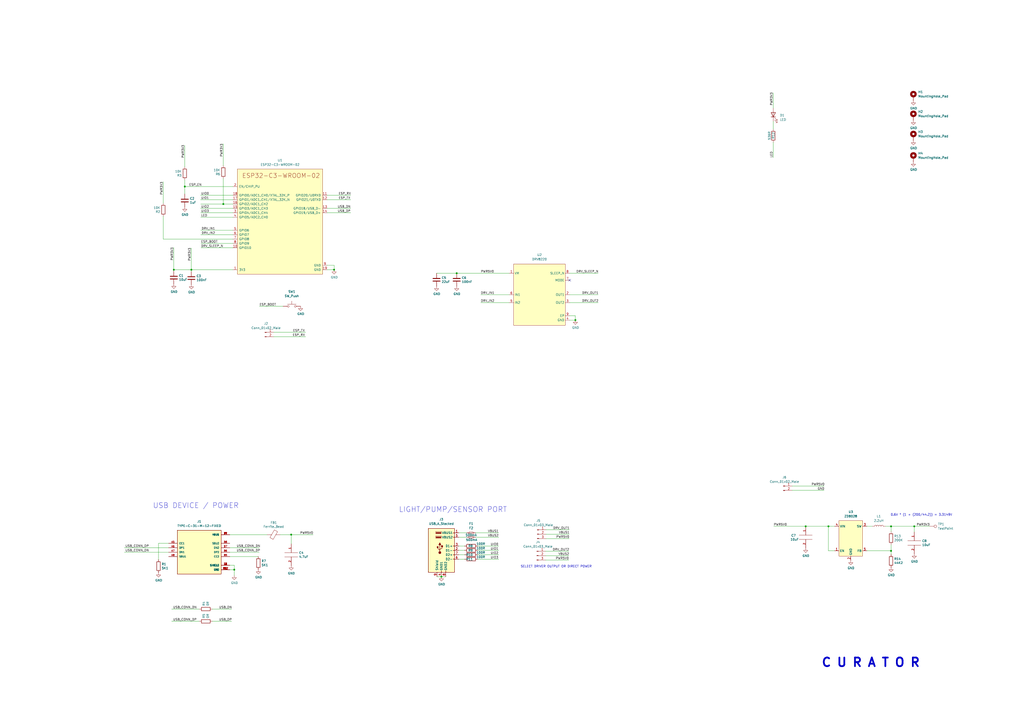
<source format=kicad_sch>
(kicad_sch (version 20211123) (generator eeschema)
  (paper "A2")
  (title_block (title "Tidegrow Curator") (date "2022-09-10") (rev "V0") (company "Copyright © 2022 Lone Dynamics Corporation"))
  (lib_symbols
    (symbol "Connector:Conn_01x02_Male" (pin_names (offset 1.016) hide)
      (property "Reference" "J" (at 0 2.54 0))
      (property "Value" "Conn_01x02_Male" (at 0 -5.08 0))
      (symbol "Conn_01x02_Male_1_1"
        (polyline (pts (xy 1.27 -2.54) (xy 0.8636 -2.54)) (stroke (width 0.1524)))
        (polyline (pts (xy 1.27 0) (xy 0.8636 0)) (stroke (width 0.1524)))
        (rectangle (start 0.8636 -2.413) (end 0 -2.667) (stroke (width 0.1524)) (fill (type outline)))
        (rectangle (start 0.8636 0.127) (end 0 -0.127) (stroke (width 0.1524)) (fill (type outline)))
        (pin passive line (at 5.08 0 180) (length 3.81) (name "Pin_1") (number "1"))
        (pin passive line (at 5.08 -2.54 180) (length 3.81) (name "Pin_2") (number "2"))
      )
    )
    (symbol "Connector:Conn_01x03_Male" (pin_names (offset 1.016) hide)
      (property "Reference" "J" (at 0 5.08 0))
      (property "Value" "Conn_01x03_Male" (at 0 -5.08 0))
      (symbol "Conn_01x03_Male_1_1"
        (polyline (pts (xy 1.27 -2.54) (xy 0.8636 -2.54)) (stroke (width 0.1524)))
        (polyline (pts (xy 1.27 0) (xy 0.8636 0)) (stroke (width 0.1524)))
        (polyline (pts (xy 1.27 2.54) (xy 0.8636 2.54)) (stroke (width 0.1524)))
        (rectangle (start 0.8636 -2.413) (end 0 -2.667) (stroke (width 0.1524)) (fill (type outline)))
        (rectangle (start 0.8636 0.127) (end 0 -0.127) (stroke (width 0.1524)) (fill (type outline)))
        (rectangle (start 0.8636 2.667) (end 0 2.413) (stroke (width 0.1524)) (fill (type outline)))
        (pin passive line (at 5.08 2.54 180) (length 3.81) (name "Pin_1") (number "1"))
        (pin passive line (at 5.08 0 180) (length 3.81) (name "Pin_2") (number "2"))
        (pin passive line (at 5.08 -2.54 180) (length 3.81) (name "Pin_3") (number "3"))
      )
    )
    (symbol "Connector:TestPoint" (pin_numbers hide) (pin_names (offset 0.762) hide)
      (property "Reference" "TP" (at 0 6.858 0))
      (property "Value" "TestPoint" (at 0 5.08 0))
      (symbol "TestPoint_0_1"
        (circle (center 0 3.302) (radius 0.762))
      )
      (symbol "TestPoint_1_1"
        (pin passive line (at 0 0 90) (length 2.54) (name "1") (number "1"))
      )
    )
    (symbol "Connector:USB_A_Stacked" (pin_names (offset 1.016))
      (property "Reference" "J" (at 0 15.875 0))
      (property "Value" "USB_A_Stacked" (at 0 13.97 0))
      (symbol "USB_A_Stacked_0_1"
        (rectangle (start -7.62 12.7) (end 7.62 -12.7) (stroke (width 0.254)) (fill (type background)))
        (circle (center -2.159 1.905) (radius 0.381) (stroke (width 0.254)) (fill (type outline)))
        (circle (center -0.889 -1.27) (radius 0.635) (stroke (width 0.254)) (fill (type outline)))
        (rectangle (start -0.254 7.366) (end -3.048 7.874) (fill (type outline)))
        (rectangle (start -0.254 9.906) (end -3.048 10.414) (fill (type outline)))
        (rectangle (start -0.127 -12.7) (end 0.127 -11.938))
        (polyline (pts (xy -1.524 3.175) (xy -0.254 3.175) (xy -0.889 4.445) (xy -1.524 3.175)) (stroke (width 0.254)) (fill (type outline)))
        (polyline (pts (xy -0.889 -0.635) (xy -0.889 0) (xy -2.159 1.27) (xy -2.159 1.905)) (stroke (width 0.254)))
        (polyline (pts (xy -0.889 0) (xy -0.889 0.635) (xy 0.381 1.27) (xy 0.381 2.54)) (stroke (width 0.254)))
        (rectangle (start 0 2.794) (end 0.762 2.032) (stroke (width 0.254)) (fill (type outline)))
        (rectangle (start 0 7.112) (end -3.302 8.382))
        (rectangle (start 0 9.652) (end -3.302 10.922))
        (rectangle (start 2.413 -12.7) (end 2.667 -11.938))
        (rectangle (start 7.62 -5.207) (end 6.858 -4.953))
        (rectangle (start 7.62 -2.667) (end 6.858 -2.413))
        (rectangle (start 7.62 -0.127) (end 6.858 0.127))
        (rectangle (start 7.62 2.413) (end 6.858 2.667))
        (rectangle (start 7.62 7.493) (end 6.858 7.747))
        (rectangle (start 7.62 10.033) (end 6.858 10.287))
      )
      (symbol "USB_A_Stacked_1_1"
        (polyline (pts (xy -0.889 0.635) (xy -0.889 3.175)) (stroke (width 0.254)))
        (pin power_in line (at 10.16 10.16 180) (length 2.54) (name "VBUS1") (number "1"))
        (pin bidirectional line (at 10.16 0 180) (length 2.54) (name "D1-") (number "2"))
        (pin bidirectional line (at 10.16 2.54 180) (length 2.54) (name "D1+") (number "3"))
        (pin power_in line (at 0 -15.24 90) (length 2.54) (name "GND1") (number "4"))
        (pin power_in line (at 10.16 7.62 180) (length 2.54) (name "VBUS2") (number "5"))
        (pin bidirectional line (at 10.16 -5.08 180) (length 2.54) (name "D2-") (number "6"))
        (pin bidirectional line (at 10.16 -2.54 180) (length 2.54) (name "D2+") (number "7"))
        (pin power_in line (at 2.54 -15.24 90) (length 2.54) (name "GND2") (number "8"))
        (pin passive line (at -2.54 -15.24 90) (length 2.54) (name "Shield") (number "9"))
      )
    )
    (symbol "Device:C" (pin_numbers hide) (pin_names (offset 0.254))
      (property "Reference" "C" (at 0.635 2.54 0))
      (property "Value" "C" (at 0.635 -2.54 0))
      (symbol "C_0_1"
        (polyline (pts (xy -2.032 -0.762) (xy 2.032 -0.762)) (stroke (width 0.508)))
        (polyline (pts (xy -2.032 0.762) (xy 2.032 0.762)) (stroke (width 0.508)))
      )
      (symbol "C_1_1"
        (pin passive line (at 0 3.81 270) (length 2.794) (name "~") (number "1"))
        (pin passive line (at 0 -3.81 90) (length 2.794) (name "~") (number "2"))
      )
    )
    (symbol "Device:Ferrite_Bead" (pin_numbers hide) (pin_names (offset 0))
      (property "Reference" "FB" (at -3.81 0.635 90))
      (property "Value" "Device_Ferrite_Bead" (at 3.81 0 90))
      (symbol "Ferrite_Bead_0_1"
        (polyline (pts (xy 0 -1.27) (xy 0 -1.2192)))
        (polyline (pts (xy 0 1.27) (xy 0 1.2954)))
        (polyline (pts (xy -2.7686 0.4064) (xy -1.7018 2.2606) (xy 2.7686 -0.3048) (xy 1.6764 -2.159) (xy -2.7686 0.4064)))
      )
      (symbol "Ferrite_Bead_1_1"
        (pin passive line (at 0 3.81 270) (length 2.54) (name "~") (number "1"))
        (pin passive line (at 0 -3.81 90) (length 2.54) (name "~") (number "2"))
      )
    )
    (symbol "Device:Fuse_Small" (pin_numbers hide) (pin_names (offset 0.254) hide)
      (property "Reference" "F" (at 0 -1.524 0))
      (property "Value" "Fuse_Small" (at 0 1.524 0))
      (symbol "Fuse_Small_0_1"
        (rectangle (start -1.27 0.508) (end 1.27 -0.508))
        (polyline (pts (xy -1.27 0) (xy 1.27 0)))
      )
      (symbol "Fuse_Small_1_1"
        (pin passive line (at -2.54 0 0) (length 1.27) (name "~") (number "1"))
        (pin passive line (at 2.54 0 180) (length 1.27) (name "~") (number "2"))
      )
    )
    (symbol "Device:L" (pin_numbers hide) (pin_names (offset 1.016) hide)
      (property "Reference" "L" (at -1.27 0 90))
      (property "Value" "L" (at 1.905 0 90))
      (symbol "L_0_1"
        (arc (start 0 -2.54) (mid 0.635 -1.905) (end 0 -1.27))
        (arc (start 0 -1.27) (mid 0.635 -0.635) (end 0 0))
        (arc (start 0 0) (mid 0.635 0.635) (end 0 1.27))
        (arc (start 0 1.27) (mid 0.635 1.905) (end 0 2.54))
      )
      (symbol "L_1_1"
        (pin passive line (at 0 3.81 270) (length 1.27) (name "1") (number "1"))
        (pin passive line (at 0 -3.81 90) (length 1.27) (name "2") (number "2"))
      )
    )
    (symbol "Device:LED" (pin_numbers hide) (pin_names (offset 1.016) hide)
      (property "Reference" "D" (at 0 2.54 0))
      (property "Value" "LED" (at 0 -2.54 0))
      (symbol "LED_0_1"
        (polyline (pts (xy -1.27 -1.27) (xy -1.27 1.27)) (stroke (width 0.254)))
        (polyline (pts (xy -1.27 0) (xy 1.27 0)))
        (polyline (pts (xy 1.27 -1.27) (xy 1.27 1.27) (xy -1.27 0) (xy 1.27 -1.27)) (stroke (width 0.254)))
        (polyline (pts (xy -3.048 -0.762) (xy -4.572 -2.286) (xy -3.81 -2.286) (xy -4.572 -2.286) (xy -4.572 -1.524)))
        (polyline (pts (xy -1.778 -0.762) (xy -3.302 -2.286) (xy -2.54 -2.286) (xy -3.302 -2.286) (xy -3.302 -1.524)))
      )
      (symbol "LED_1_1"
        (pin passive line (at -3.81 0 0) (length 2.54) (name "K") (number "1"))
        (pin passive line (at 3.81 0 180) (length 2.54) (name "A") (number "2"))
      )
    )
    (symbol "Device:R" (pin_numbers hide) (pin_names (offset 0))
      (property "Reference" "R" (at 2.032 0 90))
      (property "Value" "R" (at 0 0 90))
      (symbol "R_0_1"
        (rectangle (start -1.016 -2.54) (end 1.016 2.54) (stroke (width 0.254)))
      )
      (symbol "R_1_1"
        (pin passive line (at 0 3.81 270) (length 1.27) (name "~") (number "1"))
        (pin passive line (at 0 -3.81 90) (length 1.27) (name "~") (number "2"))
      )
    )
    (symbol "Espressif:ESP32-C3-WROOM-02" (pin_names (offset 1.016))
      (property "Reference" "U" (at 0 33.02 0))
      (property "Value" "ESP32-C3-WROOM-02" (at 0 -30.48 0))
      (symbol "ESP32-C3-WROOM-02_0_0"
        (text "ESP32-C3-WROOM-02" (at 1.27 27.94 0) (effects (font (size 2.54 2.54))))
      )
      (symbol "ESP32-C3-WROOM-02_0_1"
        (rectangle (start -24.13 31.75) (end 25.4 -29.21) (fill (type background)))
      )
      (symbol "ESP32-C3-WROOM-02_1_1"
        (pin power_in line (at -26.67 -26.67 0) (length 2.54) (name "3V3") (number "1"))
        (pin bidirectional line (at -26.67 -13.97 0) (length 2.54) (name "GPIO10") (number "10"))
        (pin bidirectional line (at 27.94 16.51 180) (length 2.54) (name "GPIO20/U0RXD") (number "11"))
        (pin bidirectional line (at 27.94 13.97 180) (length 2.54) (name "GPIO21/U0TXD") (number "12"))
        (pin bidirectional line (at 27.94 8.89 180) (length 2.54) (name "GPIO18/USB_D-") (number "13"))
        (pin bidirectional line (at 27.94 6.35 180) (length 2.54) (name "GPIO19/USB_D+") (number "14"))
        (pin bidirectional line (at -26.67 8.89 0) (length 2.54) (name "GPIO3/ADC1_CH3") (number "15"))
        (pin bidirectional line (at -26.67 11.43 0) (length 2.54) (name "GPIO2/ADC1_CH2") (number "16"))
        (pin bidirectional line (at -26.67 13.97 0) (length 2.54) (name "GPIO1/ADC1_CH1/XTAL_32K_N") (number "17"))
        (pin bidirectional line (at -26.67 16.51 0) (length 2.54) (name "GPIO0/ADC1_CH0/XTAL_32K_P") (number "18"))
        (pin power_in line (at 27.94 -26.67 180) (length 2.54) (name "GND") (number "19"))
        (pin input line (at -26.67 21.59 0) (length 2.54) (name "EN/CHIP_PU") (number "2"))
        (pin bidirectional line (at -26.67 6.35 0) (length 2.54) (name "GPIO4/ADC1_CH4") (number "3"))
        (pin bidirectional line (at -26.67 3.81 0) (length 2.54) (name "GPIO5/ADC2_CH0") (number "4"))
        (pin bidirectional line (at -26.67 -3.81 0) (length 2.54) (name "GPIO6") (number "5"))
        (pin bidirectional line (at -26.67 -6.35 0) (length 2.54) (name "GPIO7") (number "6"))
        (pin bidirectional line (at -26.67 -8.89 0) (length 2.54) (name "GPIO8") (number "7"))
        (pin bidirectional line (at -26.67 -11.43 0) (length 2.54) (name "GPIO9") (number "8"))
        (pin power_in line (at 27.94 -24.13 180) (length 2.54) (name "GND") (number "9"))
      )
    )
    (symbol "Mechanical:MountingHole_Pad" (pin_numbers hide) (pin_names (offset 1.016) hide)
      (property "Reference" "H" (at 0 6.35 0))
      (property "Value" "MountingHole_Pad" (at 0 4.445 0))
      (symbol "MountingHole_Pad_0_1"
        (circle (center 0 1.27) (radius 1.27) (stroke (width 1.27)))
      )
      (symbol "MountingHole_Pad_1_1"
        (pin input line (at 0 -2.54 90) (length 2.54) (name "1") (number "1"))
      )
    )
    (symbol "Switch:SW_Push" (pin_numbers hide) (pin_names (offset 1.016) hide)
      (property "Reference" "SW" (at 1.27 2.54 0))
      (property "Value" "SW_Push" (at 0 -1.524 0))
      (symbol "SW_Push_0_1"
        (circle (center -2.032 0) (radius 0.508))
        (polyline (pts (xy 0 1.27) (xy 0 3.048)))
        (polyline (pts (xy 2.54 1.27) (xy -2.54 1.27)))
        (circle (center 2.032 0) (radius 0.508))
        (pin passive line (at -5.08 0 0) (length 2.54) (name "1") (number "1"))
        (pin passive line (at 5.08 0 180) (length 2.54) (name "2") (number "2"))
      )
    )
    (symbol "ld-drivers:DRV8220"
      (property "Reference" "U" (at 0 0 0))
      (property "Value" "DRV8220" (at 0 -2.54 0))
      (symbol "DRV8220_0_1"
        (rectangle (start 15.24 -27.94) (end -14.732 7.62) (fill (type background)))
      )
      (symbol "DRV8220_1_1"
        (pin power_in line (at -17.272 2.286 0) (length 2.54) (name "VM") (number "1"))
        (pin output line (at 17.78 -10.16 180) (length 2.54) (name "OUT1") (number "2"))
        (pin output line (at 17.78 -14.732 180) (length 2.54) (name "OUT2") (number "3"))
        (pin power_out line (at 17.78 -24.892 180) (length 2.54) (name "GND") (number "4"))
        (pin input line (at -17.272 -14.732 0) (length 2.54) (name "IN2") (number "5"))
        (pin input line (at -17.272 -10.16 0) (length 2.54) (name "IN1") (number "6"))
        (pin input line (at 17.78 -1.778 180) (length 2.54) (name "MODE") (number "7"))
        (pin input line (at 17.78 2.286 180) (length 2.54) (name "SLEEP_N") (number "8"))
        (pin power_out line (at 17.78 -22.352 180) (length 2.54) (name "EP") (number "9"))
      )
    )
    (symbol "ld-power:ZD8028"
      (property "Reference" "U" (at 0 0 0))
      (property "Value" "ZD8028" (at 0 -2.032 0))
      (symbol "ZD8028_0_1"
        (rectangle (start -6.858 7.874) (end 6.858 -12.7) (fill (type background)))
      )
      (symbol "ZD8028_1_1"
        (pin input line (at -9.398 -9.652 0) (length 2.54) (name "EN") (number "1"))
        (pin power_out line (at 0 -15.24 90) (length 2.54) (name "GND") (number "2"))
        (pin power_out line (at 9.398 4.572 180) (length 2.54) (name "SW") (number "3"))
        (pin power_in line (at -9.398 4.572 0) (length 2.54) (name "VIN") (number "4"))
        (pin power_in line (at 9.398 -9.652 180) (length 2.54) (name "FB") (number "5"))
      )
    )
    (symbol "ld-usbc:TYPE-C-31-M-12-FIXED" (pin_names (offset 1.016))
      (property "Reference" "J1" (at 0 17.78 0))
      (property "Value" "TYPE-C-31-M-12-FIXED" (at 0 15.24 0))
      (symbol "TYPE-C-31-M-12-FIXED_0_0"
        (rectangle (start -12.7 -12.7) (end 12.7 12.7) (stroke (width 0.254)) (fill (type background)))
        (pin power_in line (at 17.78 -10.16 180) (length 5.08) (name "GND") (number "A1"))
        (pin power_in line (at 17.78 -10.16 180) (length 5.08) (name "GND") (number "A12"))
        (pin power_in line (at 17.78 10.16 180) (length 5.08) (name "VBUS") (number "A4"))
        (pin bidirectional line (at -17.78 5.08 0) (length 5.08) (name "CC1") (number "A5"))
        (pin bidirectional line (at -17.78 2.54 0) (length 5.08) (name "DP1") (number "A6"))
        (pin bidirectional line (at -17.78 0 0) (length 5.08) (name "DN1") (number "A7"))
        (pin bidirectional line (at -17.78 -2.54 0) (length 5.08) (name "SBU1") (number "A8"))
        (pin power_in line (at 17.78 10.16 180) (length 5.08) (name "VBUS") (number "A9"))
        (pin power_in line (at 17.78 -10.16 180) (length 5.08) (name "GND") (number "B1"))
        (pin power_in line (at 17.78 -10.16 180) (length 5.08) (name "GND") (number "B12"))
        (pin power_in line (at 17.78 10.16 180) (length 5.08) (name "VBUS") (number "B4"))
        (pin bidirectional line (at 17.78 -2.54 180) (length 5.08) (name "CC2") (number "B5"))
        (pin bidirectional line (at 17.78 0 180) (length 5.08) (name "DP2") (number "B6"))
        (pin bidirectional line (at 17.78 2.54 180) (length 5.08) (name "DN2") (number "B7"))
        (pin bidirectional line (at 17.78 5.08 180) (length 5.08) (name "SBU2") (number "B8"))
        (pin power_in line (at 17.78 10.16 180) (length 5.08) (name "VBUS") (number "B9"))
        (pin passive line (at 17.78 -7.62 180) (length 5.08) (name "SHIELD") (number "S1"))
        (pin passive line (at 17.78 -7.62 180) (length 5.08) (name "SHIELD") (number "S2"))
        (pin passive line (at 17.78 -7.62 180) (length 5.08) (name "SHIELD") (number "S3"))
        (pin passive line (at 17.78 -7.62 180) (length 5.08) (name "SHIELD") (number "S4"))
      )
    )
    (symbol "power:GND" (power) (pin_names (offset 0))
      (property "Value" "GND" (at 0 -3.81 0))
      (symbol "GND_0_1"
        (polyline (pts (xy 0 0) (xy 0 -1.27) (xy 1.27 -1.27) (xy 0 -2.54) (xy -1.27 -1.27) (xy 0 -1.27)))
      )
      (symbol "GND_1_1"
        (pin power_in line (at 0 0 270) (length 0) hide (name "GND") (number "1"))
      )
    )
    (symbol "pspice:C" (pin_names (offset 0.254))
      (property "Reference" "C" (at 2.54 3.81 90))
      (property "Value" "C" (at 2.54 -3.81 90))
      (symbol "C_0_1"
        (polyline (pts (xy -3.81 -1.27) (xy 3.81 -1.27)))
        (polyline (pts (xy -3.81 1.27) (xy 3.81 1.27)))
      )
      (symbol "C_1_1"
        (pin passive line (at 0 6.35 270) (length 5.08) (name "~") (number "1"))
        (pin passive line (at 0 -6.35 90) (length 5.08) (name "~") (number "2"))
      )
    )
  )
  (junction (at 256.032 334.518))
  (junction (at 110.998 156.464))
  (junction (at 193.802 156.464))
  (junction (at 264.922 158.496))
  (junction (at 333.756 185.674))
  (junction (at 480.568 305.308))
  (junction (at 100.838 156.464))
  (junction (at 135.89 330.454))
  (junction (at 467.36 305.308))
  (junction (at 168.91 310.134))
  (junction (at 516.89 305.308))
  (junction (at 516.89 319.532))
  (junction (at 129.54 118.364))
  (junction (at 530.352 305.308))
  (junction (at 107.188 108.204))
  (no_connect (at 330.454 162.56))
  (wire (pts (xy 135.128 108.204) (xy 107.188 108.204)))
  (wire (pts (xy 516.89 305.308) (xy 530.352 305.308)))
  (wire (pts (xy 516.89 305.308) (xy 516.89 308.356)))
  (wire (pts (xy 129.54 103.632) (xy 129.54 118.364)))
  (wire (pts (xy 116.586 143.764) (xy 135.128 143.764)))
  (wire (pts (xy 100.838 143.764) (xy 100.838 156.464)))
  (wire (pts (xy 133.35 317.754) (xy 150.368 317.754)))
  (wire (pts (xy 295.402 175.514) (xy 278.892 175.514)))
  (wire (pts (xy 158.75 195.326) (xy 177.292 195.326)))
  (wire (pts (xy 502.92 319.532) (xy 516.89 319.532)))
  (wire (pts (xy 107.188 108.204) (xy 107.188 112.522)))
  (wire (pts (xy 266.192 311.658) (xy 270.764 311.658)))
  (wire (pts (xy 116.4336 118.364) (xy 129.54 118.364)))
  (wire (pts (xy 467.36 305.308) (xy 480.568 305.308)))
  (wire (pts (xy 99.568 360.426) (xy 115.57 360.426)))
  (wire (pts (xy 530.352 305.308) (xy 539.242 305.308)))
  (wire (pts (xy 133.35 327.914) (xy 135.89 327.914)))
  (wire (pts (xy 264.922 158.496) (xy 295.402 158.496)))
  (wire (pts (xy 168.91 310.134) (xy 181.61 310.134)))
  (wire (pts (xy 168.91 310.134) (xy 168.91 315.468)))
  (wire (pts (xy 116.4336 133.604) (xy 135.128 133.604)))
  (wire (pts (xy 480.568 319.532) (xy 480.568 305.308)))
  (wire (pts (xy 99.568 353.314) (xy 115.57 353.314)))
  (wire (pts (xy 116.332 113.284) (xy 135.128 113.284)))
  (wire (pts (xy 123.19 360.426) (xy 134.366 360.426)))
  (wire (pts (xy 116.332 115.824) (xy 135.128 115.824)))
  (wire (pts (xy 135.89 330.454) (xy 133.35 330.454)))
  (wire (pts (xy 72.136 320.294) (xy 97.79 320.294)))
  (wire (pts (xy 316.738 309.88) (xy 330.2 309.88)))
  (wire (pts (xy 189.738 115.824) (xy 203.454 115.824)))
  (wire (pts (xy 133.35 320.294) (xy 150.368 320.294)))
  (wire (pts (xy 193.802 153.924) (xy 193.802 156.464)))
  (wire (pts (xy 91.948 324.612) (xy 91.948 315.214)))
  (wire (pts (xy 107.188 104.394) (xy 107.188 108.204)))
  (wire (pts (xy 277.114 324.358) (xy 289.306 324.358)))
  (wire (pts (xy 266.192 316.738) (xy 269.494 316.738)))
  (wire (pts (xy 459.486 284.48) (xy 478.028 284.48)))
  (wire (pts (xy 129.286 83.566) (xy 129.54 83.566)))
  (wire (pts (xy 448.564 70.358) (xy 448.564 74.93)))
  (wire (pts (xy 154.94 310.134) (xy 133.35 310.134)))
  (wire (pts (xy 277.114 321.818) (xy 289.306 321.818)))
  (wire (pts (xy 100.584 143.764) (xy 100.838 143.764)))
  (wire (pts (xy 448.564 91.44) (xy 448.564 82.55)))
  (wire (pts (xy 94.742 105.41) (xy 94.742 117.856)))
  (wire (pts (xy 189.738 153.924) (xy 193.802 153.924)))
  (wire (pts (xy 266.192 321.818) (xy 269.494 321.818)))
  (wire (pts (xy 110.998 156.464) (xy 110.998 157.48)))
  (wire (pts (xy 116.586 141.224) (xy 135.128 141.224)))
  (wire (pts (xy 295.402 170.942) (xy 278.892 170.942)))
  (wire (pts (xy 484.124 319.532) (xy 480.568 319.532)))
  (wire (pts (xy 448.564 62.738) (xy 448.564 53.848)))
  (wire (pts (xy 107.188 84.328) (xy 107.188 96.774)))
  (wire (pts (xy 100.838 156.464) (xy 100.838 157.226)))
  (wire (pts (xy 253.492 334.518) (xy 256.032 334.518)))
  (wire (pts (xy 129.54 83.566) (xy 129.54 96.012)))
  (wire (pts (xy 346.964 175.514) (xy 330.454 175.514)))
  (wire (pts (xy 346.964 170.942) (xy 330.454 170.942)))
  (wire (pts (xy 316.484 322.326) (xy 329.946 322.326)))
  (wire (pts (xy 266.192 309.118) (xy 270.764 309.118)))
  (wire (pts (xy 135.89 333.756) (xy 135.89 330.454)))
  (wire (pts (xy 150.4696 177.6984) (xy 164.1856 177.6984)))
  (wire (pts (xy 330.454 185.674) (xy 333.756 185.674)))
  (wire (pts (xy 277.114 319.278) (xy 289.306 319.278)))
  (wire (pts (xy 91.948 315.214) (xy 97.79 315.214)))
  (wire (pts (xy 316.484 324.866) (xy 329.946 324.866)))
  (wire (pts (xy 123.19 353.314) (xy 134.366 353.314)))
  (wire (pts (xy 110.998 156.464) (xy 135.128 156.464)))
  (wire (pts (xy 189.738 123.444) (xy 203.454 123.444)))
  (wire (pts (xy 189.738 120.904) (xy 203.454 120.904)))
  (wire (pts (xy 110.998 144.018) (xy 110.998 156.464)))
  (wire (pts (xy 277.114 316.738) (xy 289.306 316.738)))
  (wire (pts (xy 162.56 310.134) (xy 168.91 310.134)))
  (wire (pts (xy 516.89 319.532) (xy 516.89 321.564)))
  (wire (pts (xy 266.192 319.278) (xy 269.494 319.278)))
  (wire (pts (xy 129.54 118.364) (xy 135.128 118.364)))
  (wire (pts (xy 116.4336 136.144) (xy 135.128 136.144)))
  (wire (pts (xy 94.742 138.684) (xy 135.128 138.684)))
  (wire (pts (xy 502.92 305.308) (xy 505.968 305.308)))
  (wire (pts (xy 116.332 120.904) (xy 135.128 120.904)))
  (wire (pts (xy 189.738 156.464) (xy 193.802 156.464)))
  (wire (pts (xy 256.032 334.518) (xy 258.572 334.518)))
  (wire (pts (xy 346.964 158.496) (xy 330.454 158.496)))
  (wire (pts (xy 72.136 317.754) (xy 97.79 317.754)))
  (wire (pts (xy 316.738 307.34) (xy 330.2 307.34)))
  (wire (pts (xy 480.568 305.308) (xy 484.124 305.308)))
  (wire (pts (xy 530.352 305.308) (xy 530.352 308.61)))
  (wire (pts (xy 110.744 144.018) (xy 110.998 144.018)))
  (wire (pts (xy 513.588 305.308) (xy 516.89 305.308)))
  (wire (pts (xy 158.75 192.786) (xy 177.292 192.786)))
  (wire (pts (xy 116.4336 123.444) (xy 135.128 123.444)))
  (wire (pts (xy 110.998 156.464) (xy 100.838 156.464)))
  (wire (pts (xy 133.35 322.834) (xy 149.86 322.834)))
  (wire (pts (xy 94.742 125.476) (xy 94.742 138.684)))
  (wire (pts (xy 266.192 324.358) (xy 269.494 324.358)))
  (wire (pts (xy 330.454 183.134) (xy 333.756 183.134)))
  (wire (pts (xy 253.238 158.496) (xy 264.922 158.496)))
  (wire (pts (xy 459.486 281.94) (xy 478.028 281.94)))
  (wire (pts (xy 316.484 319.786) (xy 329.946 319.786)))
  (wire (pts (xy 316.738 312.42) (xy 330.2 312.42)))
  (wire (pts (xy 275.844 309.118) (xy 289.306 309.118)))
  (wire (pts (xy 116.4336 125.984) (xy 135.128 125.984)))
  (wire (pts (xy 189.738 113.284) (xy 203.454 113.284)))
  (wire (pts (xy 333.756 183.134) (xy 333.756 185.674)))
  (wire (pts (xy 275.844 311.658) (xy 289.306 311.658)))
  (wire (pts (xy 516.89 315.976) (xy 516.89 319.532)))
  (wire (pts (xy 135.89 327.914) (xy 135.89 330.454)))
  (wire (pts (xy 448.818 305.308) (xy 467.36 305.308)))
  (text "0.6V * (1 + (200/44.2)) = 3.3149V" (at 516.636 299.466 0) (effects (font (size 1.27 1.27)) (justify left bottom)))
  (text "LIGHT/PUMP/SENSOR PORT" (at 231.394 297.434 0) (effects (font (size 3 3)) (justify left bottom)))
  (text "SELECT DRIVER OUTPUT OR DIRECT POWER" (at 302.006 329.438 0) (effects (font (size 1.27 1.27)) (justify left bottom)))
  (text "USB DEVICE / POWER" (at 88.646 295.148 0) (effects (font (size 3 3)) (justify left bottom)))
  (text "C U R A T O R" (at 476.25 387.35 0) (effects (font (size 5 5) (thickness 1) bold) (justify left bottom)))
  (label "UIO2" (at 284.48 321.818 0))
  (label "USB_CONN_DN" (at 100.33 353.314 0))
  (label "USB_DP" (at 127 360.426 0))
  (label "USB_CONN_DP" (at 72.644 317.754 0))
  (label "ESP_BOOT" (at 150.4696 177.6984 0))
  (label "UIO1" (at 284.48 319.278 0))
  (label "USB_CONN_DN" (at 72.644 320.294 0))
  (label "PWR3V3" (at 94.742 113.03 90))
  (label "USB_DN" (at 195.834 120.904 0))
  (label "VBUS2" (at 282.956 311.658 0))
  (label "PWR5V0" (at 173.99 310.134 0))
  (label "VBUS1" (at 282.956 309.118 0))
  (label "DRV_OUT2" (at 337.566 175.514 0))
  (label "UIO3" (at 284.48 324.358 0))
  (label "DRV_IN2" (at 116.84 136.144 0))
  (label "ESP_RX" (at 196.342 113.284 0))
  (label "ESP_TX" (at 196.342 115.824 0))
  (label "PWR3V3" (at 448.564 61.214 90))
  (label "PWR5V0" (at 278.892 158.496 0))
  (label "PWR3V3" (at 100.838 151.13 90))
  (label "DRV_OUT2" (at 320.548 319.786 0))
  (label "PWR5V0" (at 448.818 305.308 0))
  (label "DRV_OUT1" (at 337.566 170.942 0))
  (label "DRV_IN2" (at 278.892 175.514 0))
  (label "USB_DN" (at 127 353.314 0))
  (label "PWR3V3" (at 107.188 91.694 90))
  (label "DRV_SLEEP_N" (at 334.264 158.496 0))
  (label "GND" (at 474.218 284.48 0))
  (label "PWR3V3" (at 531.622 305.308 0))
  (label "VBUS2" (at 323.85 322.326 0))
  (label "ESP_EN" (at 109.728 108.204 0))
  (label "USB_DP" (at 195.834 123.444 0))
  (label "USB_CONN_DP" (at 100.33 360.426 0))
  (label "PWR3V3" (at 110.998 151.384 90))
  (label "UIO3" (at 116.586 123.444 0))
  (label "USB_CONN_DP" (at 137.16 320.294 0))
  (label "PWR5V0" (at 470.662 281.94 0))
  (label "ESP_RX" (at 169.672 195.326 0))
  (label "DRV_IN1" (at 116.84 133.604 0))
  (label "UIO0" (at 116.586 113.284 0))
  (label "LED" (at 116.586 125.984 0))
  (label "ESP_TX" (at 169.926 192.786 0))
  (label "ESP_BOOT" (at 116.586 141.224 0))
  (label "PWR5V0" (at 322.58 312.42 0))
  (label "DRV_SLEEP_N" (at 116.586 143.764 0))
  (label "PWR5V0" (at 322.326 324.866 0))
  (label "UIO1" (at 116.586 115.824 0))
  (label "UIO0" (at 284.48 316.738 0))
  (label "VBUS1" (at 324.104 309.88 0))
  (label "LED" (at 448.564 91.44 90))
  (label "DRV_IN1" (at 278.892 170.942 0))
  (label "USB_CONN_DN" (at 137.16 317.754 0))
  (label "PWR3V3" (at 129.54 90.932 90))
  (label "DRV_OUT1" (at 320.802 307.34 0))
  (label "UIO2" (at 116.586 120.904 0))
  (symbol (lib_id "Device:Ferrite_Bead") (at 158.75 310.134 270) (unit 1)
    (property "Reference" "FB1" (at 158.75 303.1744 90))
    (property "Value" "Ferrite_Bead" (at 158.75 305.4858 90))
    (property "Footprint" "Resistor_SMD:R_0603_1608Metric" (effects hide))
  )
  (symbol (lib_id "pspice:C") (at 168.91 321.818 0) (unit 1)
    (property "Reference" "C4" (at 173.4312 320.6496 0) (effects (justify left)))
    (property "Value" "4.7uF" (at 173.4312 322.961 0) (effects (justify left)))
    (property "Footprint" "Resistor_SMD:R_0603_1608Metric" (effects hide))
  )
  (symbol (lib_id "Device:R") (at 91.948 328.422 0) (unit 1)
    (property "Reference" "R1" (at 93.726 327.2536 0) (effects (justify left)))
    (property "Value" "5K1" (at 93.726 329.565 0) (effects (justify left)))
    (property "Footprint" "Resistor_SMD:R_0603_1608Metric" (effects hide))
  )
  (symbol (lib_id "Device:R") (at 149.86 326.644 0) (unit 1)
    (property "Reference" "R7" (at 151.638 325.4756 0) (effects (justify left)))
    (property "Value" "5K1" (at 151.638 327.787 0) (effects (justify left)))
    (property "Footprint" "Resistor_SMD:R_0603_1608Metric" (effects hide))
  )
  (symbol (lib_id "power:GND") (at 168.91 328.168 0) (unit 1)
    (property "Reference" "#PWR07" (effects hide))
    (property "Value" "GND" (at 169.037 332.5622 0))
  )
  (symbol (lib_id "power:GND") (at 149.86 330.454 0) (unit 1)
    (property "Reference" "#PWR06" (effects hide))
    (property "Value" "GND" (at 149.987 334.8482 0))
  )
  (symbol (lib_id "power:GND") (at 91.948 332.232 0) (unit 1)
    (property "Reference" "#PWR01" (effects hide))
    (property "Value" "GND" (at 92.075 336.6262 0))
  )
  (symbol (lib_id "pspice:C") (at 467.36 311.658 0) (unit 1)
    (property "Reference" "C7" (at 458.978 310.642 0) (effects (justify left)))
    (property "Value" "10uF" (at 458.47 312.928 0) (effects (justify left)))
    (property "Footprint" "Capacitor_SMD:C_0603_1608Metric" (effects hide))
  )
  (symbol (lib_id "pspice:C") (at 530.352 314.96 0) (unit 1)
    (property "Reference" "C8" (at 534.8732 313.7916 0) (effects (justify left)))
    (property "Value" "10uF" (at 534.8732 316.103 0) (effects (justify left)))
    (property "Footprint" "Capacitor_SMD:C_0603_1608Metric" (effects hide))
  )
  (symbol (lib_id "power:GND") (at 256.032 334.518 0) (unit 1)
    (property "Reference" "#PWR011" (effects hide))
    (property "Value" "GND" (at 256.159 338.9122 0))
  )
  (symbol (lib_id "Device:R") (at 448.564 78.74 0) (unit 1)
    (property "Reference" "R12" (at 448.564 80.518 90) (effects (justify left)))
    (property "Value" "536R" (at 446.278 81.28 90) (effects (justify left)))
    (property "Footprint" "Resistor_SMD:R_0603_1608Metric" (effects hide))
  )
  (symbol (lib_id "Mechanical:MountingHole_Pad") (at 529.844 67.31 0) (unit 1)
    (property "Reference" "H2" (at 532.638 64.7699 0) (effects (justify left)))
    (property "Value" "MountingHole_Pad" (at 532.638 67.3099 0) (effects (justify left)))
    (property "Footprint" "MountingHole:MountingHole_3.2mm_M3_Pad" (effects hide))
  )
  (symbol (lib_id "Connector:Conn_01x03_Male") (at 311.658 309.88 0) (unit 1)
    (property "Reference" "J5" (at 312.293 302.006 0))
    (property "Value" "Conn_01x03_Male" (at 312.293 304.546 0))
    (property "Footprint" "Connector_PinHeader_2.54mm:PinHeader_1x03_P2.54mm_Vertical" (effects hide))
  )
  (symbol (lib_id "power:GND") (at 110.998 165.1 0) (unit 1)
    (property "Reference" "#PWR04" (effects hide))
    (property "Value" "GND" (at 111.125 169.4942 0))
  )
  (symbol (lib_id "power:GND") (at 516.89 329.184 0) (unit 1)
    (property "Reference" "#PWR016" (effects hide))
    (property "Value" "GND" (at 517.017 333.5782 0))
  )
  (symbol (lib_id "Connector:Conn_01x03_Male") (at 311.404 322.326 0) (unit 1)
    (property "Reference" "J4" (at 312.039 314.452 0))
    (property "Value" "Conn_01x03_Male" (at 312.039 316.992 0))
    (property "Footprint" "Connector_PinHeader_2.54mm:PinHeader_1x03_P2.54mm_Vertical" (effects hide))
  )
  (symbol (lib_id "Mechanical:MountingHole_Pad") (at 529.844 55.88 0) (unit 1)
    (property "Reference" "H1" (at 532.638 53.3399 0) (effects (justify left)))
    (property "Value" "MountingHole_Pad" (at 532.638 55.8799 0) (effects (justify left)))
    (property "Footprint" "MountingHole:MountingHole_3.2mm_M3_Pad" (effects hide))
  )
  (symbol (lib_id "ld-usbc:TYPE-C-31-M-12-FIXED") (at 115.57 320.294 0) (unit 1)
    (property "Reference" "J1" (at 115.57 302.514 0))
    (property "Value" "TYPE-C-31-M-12-FIXED" (at 115.57 305.054 0))
    (property "Footprint" "LD-CONNECTORS:USB_C_Receptacle_HRO_TYPE-C-31-M-12-BIG-PADS" (effects hide))
    (property "MAXIMUM_PACKAGE_HEIGHT" "3.31mm" (effects hide))
    (property "MANUFACTURER" "HRO Electronics" (effects hide))
    (property "PARTREV" "A" (effects hide))
    (property "STANDARD" "Manufacturer Recommendations" (effects hide))
  )
  (symbol (lib_id "Device:C") (at 100.838 161.036 0) (unit 1)
    (property "Reference" "C1" (at 103.759 159.8676 0) (effects (justify left)))
    (property "Value" "10uF" (at 103.759 162.179 0) (effects (justify left)))
    (property "Footprint" "Resistor_SMD:R_0603_1608Metric" (effects hide))
  )
  (symbol (lib_id "power:GND") (at 530.352 321.31 0) (unit 1)
    (property "Reference" "#PWR021" (effects hide))
    (property "Value" "GND" (at 530.479 325.7042 0))
  )
  (symbol (lib_id "power:GND") (at 107.188 120.142 0) (unit 1)
    (property "Reference" "#PWR03" (effects hide))
    (property "Value" "GND" (at 107.315 124.5362 0))
  )
  (symbol (lib_id "Device:R") (at 273.304 316.738 90) (unit 1)
    (property "Reference" "R8" (at 274.32 316.738 90) (effects (justify left)))
    (property "Value" "100R" (at 281.432 315.468 90) (effects (justify left)))
    (property "Footprint" "Resistor_SMD:R_0603_1608Metric" (effects hide))
  )
  (symbol (lib_id "Device:LED") (at 448.564 66.548 90) (unit 1)
    (property "Reference" "D1" (at 452.374 66.8654 90) (effects (justify right)))
    (property "Value" "LED" (at 452.374 69.4054 90) (effects (justify right)))
    (property "Footprint" "LED_SMD:LED_0603_1608Metric" (effects hide))
  )
  (symbol (lib_id "power:GND") (at 529.844 81.534 0) (unit 1)
    (property "Reference" "#PWR019" (effects hide))
    (property "Value" "GND" (at 529.971 85.9282 0))
  )
  (symbol (lib_id "ld-power:ZD8028") (at 493.522 309.88 0) (unit 1)
    (property "Reference" "U3" (at 493.522 296.926 0))
    (property "Value" "ZD8028" (at 493.522 299.466 0))
    (property "Footprint" "Package_TO_SOT_SMD:SOT-23-5" (effects hide))
  )
  (symbol (lib_id "Device:C") (at 264.922 162.306 0) (unit 1)
    (property "Reference" "C6" (at 267.843 161.1376 0) (effects (justify left)))
    (property "Value" "100nF" (at 267.843 163.449 0) (effects (justify left)))
    (property "Footprint" "Resistor_SMD:R_0603_1608Metric" (effects hide))
  )
  (symbol (lib_id "Connector:TestPoint") (at 539.242 305.308 270) (unit 1)
    (property "Reference" "TP1" (at 544.068 304.0379 90) (effects (justify left)))
    (property "Value" "TestPoint" (at 544.068 306.5779 90) (effects (justify left)))
    (property "Footprint" "TestPoint:TestPoint_THTPad_D1.0mm_Drill0.5mm" (effects hide))
  )
  (symbol (lib_id "Connector:USB_A_Stacked") (at 256.032 319.278 0) (unit 1)
    (property "Reference" "J3" (at 256.032 301.244 0))
    (property "Value" "USB_A_Stacked" (at 256.032 303.784 0))
    (property "Footprint" "Connector_USB:USB_A_Wuerth_61400826021_Horizontal_Stacked" (effects hide))
    (property "Datasheet" " ~" (effects hide))
  )
  (symbol (lib_id "Device:R") (at 119.38 353.314 90) (unit 1)
    (property "Reference" "R4" (at 118.2116 351.536 0) (effects (justify left)))
    (property "Value" "0R" (at 120.523 351.536 0) (effects (justify left)))
    (property "Footprint" "Resistor_SMD:R_0603_1608Metric" (effects hide))
  )
  (symbol (lib_id "Connector:Conn_01x02_Male") (at 454.406 281.94 0) (unit 1)
    (property "Reference" "J6" (at 455.041 276.86 0))
    (property "Value" "Conn_01x02_Male" (at 455.041 279.4 0))
    (property "Footprint" "Connector_PinHeader_2.54mm:PinHeader_1x02_P2.54mm_Vertical" (effects hide))
  )
  (symbol (lib_id "power:GND") (at 529.844 58.42 0) (unit 1)
    (property "Reference" "#PWR017" (effects hide))
    (property "Value" "GND" (at 529.971 62.8142 0))
  )
  (symbol (lib_id "power:GND") (at 529.844 69.85 0) (unit 1)
    (property "Reference" "#PWR018" (effects hide))
    (property "Value" "GND" (at 529.971 74.2442 0))
  )
  (symbol (lib_id "power:GND") (at 174.3456 177.6984 0) (unit 1)
    (property "Reference" "#PWR08" (effects hide))
    (property "Value" "GND" (at 174.4726 182.0926 0))
  )
  (symbol (lib_id "ld-drivers:DRV8220") (at 312.674 160.782 0) (unit 1)
    (property "Reference" "U2" (at 312.928 147.828 0))
    (property "Value" "DRV8220" (at 312.928 150.368 0))
    (property "Footprint" "Package_SON:WSON-8-1EP_2x2mm_P0.5mm_EP0.9x1.6mm_ThermalVias" (effects hide))
  )
  (symbol (lib_id "Device:C") (at 110.998 161.29 0) (unit 1)
    (property "Reference" "C3" (at 113.919 160.1216 0) (effects (justify left)))
    (property "Value" "100nF" (at 113.919 162.433 0) (effects (justify left)))
    (property "Footprint" "Resistor_SMD:R_0603_1608Metric" (effects hide))
  )
  (symbol (lib_id "Device:R") (at 94.742 121.666 180) (unit 1)
    (property "Reference" "R2" (at 92.964 122.8344 0) (effects (justify left)))
    (property "Value" "10K" (at 92.964 120.523 0) (effects (justify left)))
    (property "Footprint" "Resistor_SMD:R_0603_1608Metric" (effects hide))
  )
  (symbol (lib_id "Mechanical:MountingHole_Pad") (at 529.844 91.44 0) (unit 1)
    (property "Reference" "H4" (at 532.638 88.8999 0) (effects (justify left)))
    (property "Value" "MountingHole_Pad" (at 532.638 91.4399 0) (effects (justify left)))
    (property "Footprint" "MountingHole:MountingHole_3.2mm_M3_Pad" (effects hide))
  )
  (symbol (lib_id "Connector:Conn_01x02_Male") (at 153.67 192.786 0) (unit 1)
    (property "Reference" "J2" (at 154.305 187.706 0))
    (property "Value" "Conn_01x02_Male" (at 154.305 190.246 0))
    (property "Footprint" "Connector_PinHeader_2.54mm:PinHeader_1x02_P2.54mm_Vertical" (effects hide))
  )
  (symbol (lib_id "power:GND") (at 467.36 318.008 0) (unit 1)
    (property "Reference" "#PWR014" (effects hide))
    (property "Value" "GND" (at 467.487 322.4022 0))
  )
  (symbol (lib_id "Device:Fuse_Small") (at 273.304 309.118 0) (unit 1)
    (property "Reference" "F1" (at 273.304 303.784 0))
    (property "Value" "500mA" (at 273.304 310.388 0))
    (property "Footprint" "Fuse:Fuse_0805_2012Metric" (effects hide))
  )
  (symbol (lib_id "Device:L") (at 509.778 305.308 90) (unit 1)
    (property "Reference" "L1" (at 509.778 299.466 90))
    (property "Value" "2.2uH" (at 509.778 302.006 90))
    (property "Footprint" "Inductor_SMD:L_0805_2012Metric" (effects hide))
  )
  (symbol (lib_id "Device:R") (at 273.304 321.818 90) (unit 1)
    (property "Reference" "R10" (at 274.32 321.818 90) (effects (justify left)))
    (property "Value" "100R" (at 281.432 320.548 90) (effects (justify left)))
    (property "Footprint" "Resistor_SMD:R_0603_1608Metric" (effects hide))
  )
  (symbol (lib_id "power:GND") (at 529.844 93.98 0) (unit 1)
    (property "Reference" "#PWR020" (effects hide))
    (property "Value" "GND" (at 529.971 98.3742 0))
  )
  (symbol (lib_id "Device:C") (at 253.238 162.306 0) (unit 1)
    (property "Reference" "C5" (at 256.159 161.1376 0) (effects (justify left)))
    (property "Value" "22uF" (at 256.159 163.449 0) (effects (justify left)))
    (property "Footprint" "Resistor_SMD:R_0603_1608Metric" (effects hide))
  )
  (symbol (lib_id "power:GND") (at 253.238 166.116 0) (unit 1)
    (property "Reference" "#PWR010" (effects hide))
    (property "Value" "GND" (at 253.365 170.5102 0))
  )
  (symbol (lib_id "Device:R") (at 273.304 319.278 90) (unit 1)
    (property "Reference" "R9" (at 274.32 319.278 90) (effects (justify left)))
    (property "Value" "100R" (at 281.432 318.008 90) (effects (justify left)))
    (property "Footprint" "Resistor_SMD:R_0603_1608Metric" (effects hide))
  )
  (symbol (lib_id "power:GND") (at 264.922 166.116 0) (unit 1)
    (property "Reference" "#PWR012" (effects hide))
    (property "Value" "GND" (at 265.049 170.5102 0))
  )
  (symbol (lib_id "power:GND") (at 193.802 156.464 0) (unit 1)
    (property "Reference" "#PWR09" (effects hide))
    (property "Value" "GND" (at 193.929 160.8582 0))
  )
  (symbol (lib_id "Device:C") (at 107.188 116.332 0) (unit 1)
    (property "Reference" "C2" (at 110.109 115.1636 0) (effects (justify left)))
    (property "Value" "1uF" (at 110.109 117.475 0) (effects (justify left)))
    (property "Footprint" "Resistor_SMD:R_0603_1608Metric" (effects hide))
  )
  (symbol (lib_id "power:GND") (at 135.89 333.756 0) (unit 1)
    (property "Reference" "#PWR05" (effects hide))
    (property "Value" "GND" (at 136.017 338.1502 0))
  )
  (symbol (lib_id "Device:R") (at 516.89 325.374 0) (unit 1)
    (property "Reference" "R14" (at 518.668 324.2056 0) (effects (justify left)))
    (property "Value" "44K2" (at 518.668 326.517 0) (effects (justify left)))
    (property "Footprint" "Resistor_SMD:R_0603_1608Metric" (effects hide))
  )
  (symbol (lib_id "Device:R") (at 129.54 99.822 180) (unit 1)
    (property "Reference" "R6" (at 127.762 100.9904 0) (effects (justify left)))
    (property "Value" "10K" (at 127.762 98.679 0) (effects (justify left)))
    (property "Footprint" "Resistor_SMD:R_0603_1608Metric" (effects hide))
  )
  (symbol (lib_id "Switch:SW_Push") (at 169.2656 177.6984 0) (unit 1)
    (property "Reference" "SW1" (at 169.2656 169.164 0))
    (property "Value" "SW_Push" (at 169.2656 171.704 0))
    (property "Footprint" "LD-SWITCH:Button_2P_3x4mm" (effects hide))
  )
  (symbol (lib_id "Espressif:ESP32-C3-WROOM-02") (at 161.798 129.794 0) (unit 1)
    (property "Reference" "U1" (at 162.433 92.964 0))
    (property "Value" "ESP32-C3-WROOM-02" (at 162.433 95.504 0))
    (property "Footprint" "Espressif:ESP32-C3-WROOM-02" (effects hide))
    (property "Datasheet" "https://www.espressif.com/sites/default/files/documentation/esp32-c3-wroom-02_datasheet_en.pdf" (effects hide))
  )
  (symbol (lib_id "power:GND") (at 100.838 164.846 0) (unit 1)
    (property "Reference" "#PWR02" (effects hide))
    (property "Value" "GND" (at 100.965 169.2402 0))
  )
  (symbol (lib_id "Device:R") (at 107.188 100.584 180) (unit 1)
    (property "Reference" "R3" (at 105.41 101.7524 0) (effects (justify left)))
    (property "Value" "10K" (at 105.41 99.441 0) (effects (justify left)))
    (property "Footprint" "Resistor_SMD:R_0603_1608Metric" (effects hide))
  )
  (symbol (lib_id "Device:Fuse_Small") (at 273.304 311.658 0) (unit 1)
    (property "Reference" "F2" (at 273.304 306.324 0))
    (property "Value" "500mA" (at 273.558 313.182 0))
    (property "Footprint" "Fuse:Fuse_0805_2012Metric" (effects hide))
  )
  (symbol (lib_id "Device:R") (at 273.304 324.358 90) (unit 1)
    (property "Reference" "R11" (at 274.32 324.358 90) (effects (justify left)))
    (property "Value" "100R" (at 281.432 323.088 90) (effects (justify left)))
    (property "Footprint" "Resistor_SMD:R_0603_1608Metric" (effects hide))
  )
  (symbol (lib_id "Device:R") (at 516.89 312.166 0) (unit 1)
    (property "Reference" "R13" (at 518.668 310.9976 0) (effects (justify left)))
    (property "Value" "200K" (at 518.668 313.309 0) (effects (justify left)))
    (property "Footprint" "Resistor_SMD:R_0603_1608Metric" (effects hide))
  )
  (symbol (lib_id "Mechanical:MountingHole_Pad") (at 529.844 78.994 0) (unit 1)
    (property "Reference" "H3" (at 532.638 76.4539 0) (effects (justify left)))
    (property "Value" "MountingHole_Pad" (at 532.638 78.9939 0) (effects (justify left)))
    (property "Footprint" "MountingHole:MountingHole_3.2mm_M3_Pad" (effects hide))
  )
  (symbol (lib_id "power:GND") (at 333.756 185.674 0) (unit 1)
    (property "Reference" "#PWR013" (effects hide))
    (property "Value" "GND" (at 333.883 190.0682 0))
  )
  (symbol (lib_id "power:GND") (at 493.522 325.12 0) (unit 1)
    (property "Reference" "#PWR015" (effects hide))
    (property "Value" "GND" (at 493.649 329.5142 0))
  )
  (symbol (lib_id "Device:R") (at 119.38 360.426 90) (unit 1)
    (property "Reference" "R5" (at 118.2116 358.648 0) (effects (justify left)))
    (property "Value" "0R" (at 120.523 358.648 0) (effects (justify left)))
    (property "Footprint" "Resistor_SMD:R_0603_1608Metric" (effects hide))
  )
)
</source>
